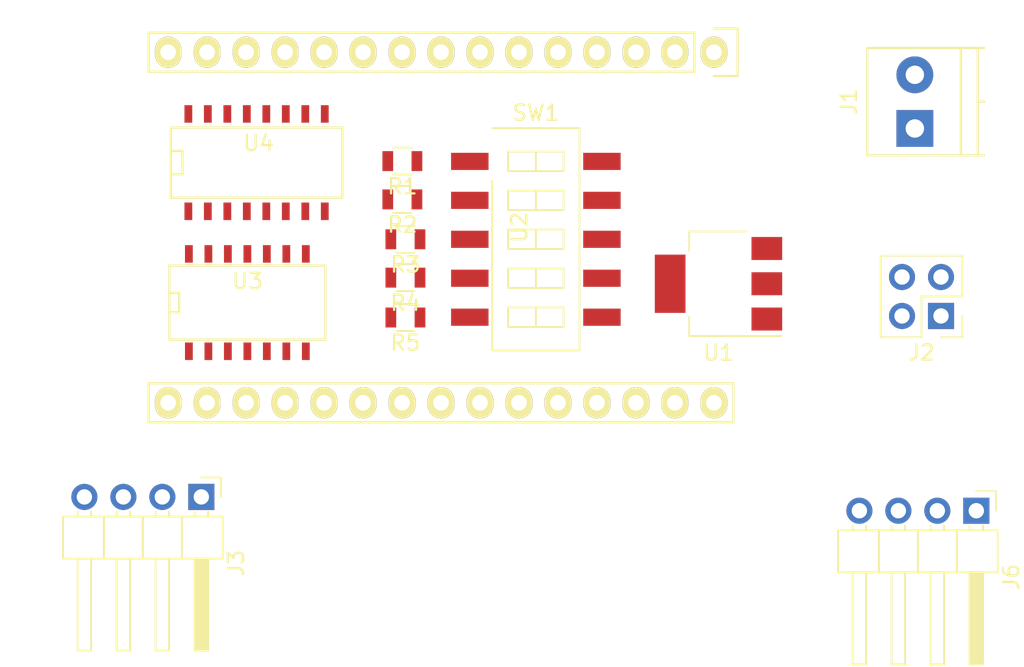
<source format=kicad_pcb>
(kicad_pcb (version 4) (host pcbnew 4.0.6)

  (general
    (links 59)
    (no_connects 59)
    (area 0 0 0 0)
    (thickness 1.6)
    (drawings 0)
    (tracks 0)
    (zones 0)
    (modules 14)
    (nets 40)
  )

  (page A4)
  (layers
    (0 F.Cu signal)
    (31 B.Cu signal)
    (32 B.Adhes user)
    (33 F.Adhes user)
    (34 B.Paste user)
    (35 F.Paste user)
    (36 B.SilkS user)
    (37 F.SilkS user)
    (38 B.Mask user)
    (39 F.Mask user)
    (40 Dwgs.User user)
    (41 Cmts.User user)
    (42 Eco1.User user)
    (43 Eco2.User user)
    (44 Edge.Cuts user)
    (45 Margin user)
    (46 B.CrtYd user)
    (47 F.CrtYd user)
    (48 B.Fab user)
    (49 F.Fab user)
  )

  (setup
    (last_trace_width 0.25)
    (trace_clearance 0.2)
    (zone_clearance 0.508)
    (zone_45_only no)
    (trace_min 0.2)
    (segment_width 0.2)
    (edge_width 0.15)
    (via_size 0.6)
    (via_drill 0.4)
    (via_min_size 0.4)
    (via_min_drill 0.3)
    (uvia_size 0.3)
    (uvia_drill 0.1)
    (uvias_allowed no)
    (uvia_min_size 0.2)
    (uvia_min_drill 0.1)
    (pcb_text_width 0.3)
    (pcb_text_size 1.5 1.5)
    (mod_edge_width 0.15)
    (mod_text_size 1 1)
    (mod_text_width 0.15)
    (pad_size 1.524 1.524)
    (pad_drill 0.762)
    (pad_to_mask_clearance 0.2)
    (aux_axis_origin 0 0)
    (visible_elements FFFFFF7F)
    (pcbplotparams
      (layerselection 0x00030_80000001)
      (usegerberextensions false)
      (excludeedgelayer true)
      (linewidth 0.100000)
      (plotframeref false)
      (viasonmask false)
      (mode 1)
      (useauxorigin false)
      (hpglpennumber 1)
      (hpglpenspeed 20)
      (hpglpendiameter 15)
      (hpglpenoverlay 2)
      (psnegative false)
      (psa4output false)
      (plotreference true)
      (plotvalue true)
      (plotinvisibletext false)
      (padsonsilk false)
      (subtractmaskfromsilk false)
      (outputformat 1)
      (mirror false)
      (drillshape 1)
      (scaleselection 1)
      (outputdirectory ""))
  )

  (net 0 "")
  (net 1 "Net-(J1-Pad2)")
  (net 2 GND)
  (net 3 5VDC)
  (net 4 "Net-(J2-Pad3)")
  (net 5 LCLK5)
  (net 6 MOSI5)
  (net 7 SEL_0)
  (net 8 SEL_1)
  (net 9 SEL_2)
  (net 10 SEL_3)
  (net 11 SEL_4)
  (net 12 "Net-(U2-Pad1)")
  (net 13 "Net-(U2-Pad2)")
  (net 14 "Net-(U2-Pad3)")
  (net 15 "Net-(U2-Pad4)")
  (net 16 "Net-(U2-Pad5)")
  (net 17 "Net-(U2-Pad6)")
  (net 18 "Net-(U2-Pad7)")
  (net 19 "Net-(U2-Pad8)")
  (net 20 "Net-(U2-Pad9)")
  (net 21 "Net-(U2-Pad11)")
  (net 22 "Net-(U2-Pad12)")
  (net 23 "Net-(U2-Pad13)")
  (net 24 "Net-(U2-Pad30)")
  (net 25 "Net-(U2-Pad18)")
  (net 26 "Net-(U2-Pad19)")
  (net 27 "Net-(U2-Pad25)")
  (net 28 SHCLK)
  (net 29 "Net-(U2-Pad16)")
  (net 30 "Net-(U2-Pad22)")
  (net 31 LCLK)
  (net 32 MOSI)
  (net 33 "Net-(U2-Pad20)")
  (net 34 SHOUT)
  (net 35 "Net-(U2-Pad27)")
  (net 36 SH/~LD)
  (net 37 SH/~LD~5)
  (net 38 SHCLK5)
  (net 39 "Net-(U4-Pad7)")

  (net_class Default "This is the default net class."
    (clearance 0.2)
    (trace_width 0.25)
    (via_dia 0.6)
    (via_drill 0.4)
    (uvia_dia 0.3)
    (uvia_drill 0.1)
    (add_net 5VDC)
    (add_net GND)
    (add_net LCLK)
    (add_net LCLK5)
    (add_net MOSI)
    (add_net MOSI5)
    (add_net "Net-(J1-Pad2)")
    (add_net "Net-(J2-Pad3)")
    (add_net "Net-(U2-Pad1)")
    (add_net "Net-(U2-Pad11)")
    (add_net "Net-(U2-Pad12)")
    (add_net "Net-(U2-Pad13)")
    (add_net "Net-(U2-Pad16)")
    (add_net "Net-(U2-Pad18)")
    (add_net "Net-(U2-Pad19)")
    (add_net "Net-(U2-Pad2)")
    (add_net "Net-(U2-Pad20)")
    (add_net "Net-(U2-Pad22)")
    (add_net "Net-(U2-Pad25)")
    (add_net "Net-(U2-Pad27)")
    (add_net "Net-(U2-Pad3)")
    (add_net "Net-(U2-Pad30)")
    (add_net "Net-(U2-Pad4)")
    (add_net "Net-(U2-Pad5)")
    (add_net "Net-(U2-Pad6)")
    (add_net "Net-(U2-Pad7)")
    (add_net "Net-(U2-Pad8)")
    (add_net "Net-(U2-Pad9)")
    (add_net "Net-(U4-Pad7)")
    (add_net SEL_0)
    (add_net SEL_1)
    (add_net SEL_2)
    (add_net SEL_3)
    (add_net SEL_4)
    (add_net SH/~LD)
    (add_net SH/~LD~5)
    (add_net SHCLK)
    (add_net SHCLK5)
    (add_net SHOUT)
  )

  (module Connectors_Terminal_Blocks:TerminalBlock_Pheonix_PT-3.5mm_2pol (layer F.Cu) (tedit 0) (tstamp 5D042833)
    (at 180.594 58.674 90)
    (descr "2-way 3.5mm pitch terminal block, Phoenix PT series")
    (path /5D0401D5)
    (fp_text reference J1 (at 1.75 -4.3 90) (layer F.SilkS)
      (effects (font (size 1 1) (thickness 0.15)))
    )
    (fp_text value CONN_01X02 (at 1.75 6 90) (layer F.Fab)
      (effects (font (size 1 1) (thickness 0.15)))
    )
    (fp_line (start -1.9 -3.3) (end 5.4 -3.3) (layer F.CrtYd) (width 0.05))
    (fp_line (start -1.9 4.7) (end -1.9 -3.3) (layer F.CrtYd) (width 0.05))
    (fp_line (start 5.4 4.7) (end -1.9 4.7) (layer F.CrtYd) (width 0.05))
    (fp_line (start 5.4 -3.3) (end 5.4 4.7) (layer F.CrtYd) (width 0.05))
    (fp_line (start 1.75 4.1) (end 1.75 4.5) (layer F.SilkS) (width 0.15))
    (fp_line (start -1.75 3) (end 5.25 3) (layer F.SilkS) (width 0.15))
    (fp_line (start -1.75 4.1) (end 5.25 4.1) (layer F.SilkS) (width 0.15))
    (fp_line (start -1.75 -3.1) (end -1.75 4.5) (layer F.SilkS) (width 0.15))
    (fp_line (start 5.25 4.5) (end 5.25 -3.1) (layer F.SilkS) (width 0.15))
    (fp_line (start 5.25 -3.1) (end -1.75 -3.1) (layer F.SilkS) (width 0.15))
    (pad 2 thru_hole circle (at 3.5 0 90) (size 2.4 2.4) (drill 1.2) (layers *.Cu *.Mask)
      (net 1 "Net-(J1-Pad2)"))
    (pad 1 thru_hole rect (at 0 0 90) (size 2.4 2.4) (drill 1.2) (layers *.Cu *.Mask)
      (net 2 GND))
    (model Terminal_Blocks.3dshapes/TerminalBlock_Pheonix_PT-3.5mm_2pol.wrl
      (at (xyz 0 0 0))
      (scale (xyz 1 1 1))
      (rotate (xyz 0 0 0))
    )
  )

  (module Pin_Headers:Pin_Header_Straight_2x02_Pitch2.54mm (layer F.Cu) (tedit 5862ED53) (tstamp 5D04283B)
    (at 182.3 70.9 180)
    (descr "Through hole straight pin header, 2x02, 2.54mm pitch, double rows")
    (tags "Through hole pin header THT 2x02 2.54mm double row")
    (path /5D040606)
    (fp_text reference J2 (at 1.27 -2.39 180) (layer F.SilkS)
      (effects (font (size 1 1) (thickness 0.15)))
    )
    (fp_text value CONN_02X02 (at 1.27 4.93 180) (layer F.Fab)
      (effects (font (size 1 1) (thickness 0.15)))
    )
    (fp_line (start -1.27 -1.27) (end -1.27 3.81) (layer F.Fab) (width 0.1))
    (fp_line (start -1.27 3.81) (end 3.81 3.81) (layer F.Fab) (width 0.1))
    (fp_line (start 3.81 3.81) (end 3.81 -1.27) (layer F.Fab) (width 0.1))
    (fp_line (start 3.81 -1.27) (end -1.27 -1.27) (layer F.Fab) (width 0.1))
    (fp_line (start -1.39 1.27) (end -1.39 3.93) (layer F.SilkS) (width 0.12))
    (fp_line (start -1.39 3.93) (end 3.93 3.93) (layer F.SilkS) (width 0.12))
    (fp_line (start 3.93 3.93) (end 3.93 -1.39) (layer F.SilkS) (width 0.12))
    (fp_line (start 3.93 -1.39) (end 1.27 -1.39) (layer F.SilkS) (width 0.12))
    (fp_line (start 1.27 -1.39) (end 1.27 1.27) (layer F.SilkS) (width 0.12))
    (fp_line (start 1.27 1.27) (end -1.39 1.27) (layer F.SilkS) (width 0.12))
    (fp_line (start -1.39 0) (end -1.39 -1.39) (layer F.SilkS) (width 0.12))
    (fp_line (start -1.39 -1.39) (end 0 -1.39) (layer F.SilkS) (width 0.12))
    (fp_line (start -1.6 -1.6) (end -1.6 4.1) (layer F.CrtYd) (width 0.05))
    (fp_line (start -1.6 4.1) (end 4.1 4.1) (layer F.CrtYd) (width 0.05))
    (fp_line (start 4.1 4.1) (end 4.1 -1.6) (layer F.CrtYd) (width 0.05))
    (fp_line (start 4.1 -1.6) (end -1.6 -1.6) (layer F.CrtYd) (width 0.05))
    (pad 1 thru_hole rect (at 0 0 180) (size 1.7 1.7) (drill 1) (layers *.Cu *.Mask)
      (net 1 "Net-(J1-Pad2)"))
    (pad 2 thru_hole oval (at 2.54 0 180) (size 1.7 1.7) (drill 1) (layers *.Cu *.Mask)
      (net 3 5VDC))
    (pad 3 thru_hole oval (at 0 2.54 180) (size 1.7 1.7) (drill 1) (layers *.Cu *.Mask)
      (net 4 "Net-(J2-Pad3)"))
    (pad 4 thru_hole oval (at 2.54 2.54 180) (size 1.7 1.7) (drill 1) (layers *.Cu *.Mask)
      (net 3 5VDC))
    (model Pin_Headers.3dshapes/Pin_Header_Straight_2x02_Pitch2.54mm.wrl
      (at (xyz 0.05 -0.05 0))
      (scale (xyz 1 1 1))
      (rotate (xyz 0 0 90))
    )
  )

  (module Pin_Headers:Pin_Header_Angled_1x04_Pitch2.54mm (layer F.Cu) (tedit 5862ED52) (tstamp 5D042843)
    (at 134.1 82.7 270)
    (descr "Through hole angled pin header, 1x04, 2.54mm pitch, 6mm pin length, single row")
    (tags "Through hole angled pin header THT 1x04 2.54mm single row")
    (path /5D040290)
    (fp_text reference J3 (at 4.315 -2.27 270) (layer F.SilkS)
      (effects (font (size 1 1) (thickness 0.15)))
    )
    (fp_text value CONN_01X04 (at 4.315 9.89 270) (layer F.Fab)
      (effects (font (size 1 1) (thickness 0.15)))
    )
    (fp_line (start 1.4 -1.27) (end 1.4 1.27) (layer F.Fab) (width 0.1))
    (fp_line (start 1.4 1.27) (end 3.9 1.27) (layer F.Fab) (width 0.1))
    (fp_line (start 3.9 1.27) (end 3.9 -1.27) (layer F.Fab) (width 0.1))
    (fp_line (start 3.9 -1.27) (end 1.4 -1.27) (layer F.Fab) (width 0.1))
    (fp_line (start 0 -0.32) (end 0 0.32) (layer F.Fab) (width 0.1))
    (fp_line (start 0 0.32) (end 9.9 0.32) (layer F.Fab) (width 0.1))
    (fp_line (start 9.9 0.32) (end 9.9 -0.32) (layer F.Fab) (width 0.1))
    (fp_line (start 9.9 -0.32) (end 0 -0.32) (layer F.Fab) (width 0.1))
    (fp_line (start 1.4 1.27) (end 1.4 3.81) (layer F.Fab) (width 0.1))
    (fp_line (start 1.4 3.81) (end 3.9 3.81) (layer F.Fab) (width 0.1))
    (fp_line (start 3.9 3.81) (end 3.9 1.27) (layer F.Fab) (width 0.1))
    (fp_line (start 3.9 1.27) (end 1.4 1.27) (layer F.Fab) (width 0.1))
    (fp_line (start 0 2.22) (end 0 2.86) (layer F.Fab) (width 0.1))
    (fp_line (start 0 2.86) (end 9.9 2.86) (layer F.Fab) (width 0.1))
    (fp_line (start 9.9 2.86) (end 9.9 2.22) (layer F.Fab) (width 0.1))
    (fp_line (start 9.9 2.22) (end 0 2.22) (layer F.Fab) (width 0.1))
    (fp_line (start 1.4 3.81) (end 1.4 6.35) (layer F.Fab) (width 0.1))
    (fp_line (start 1.4 6.35) (end 3.9 6.35) (layer F.Fab) (width 0.1))
    (fp_line (start 3.9 6.35) (end 3.9 3.81) (layer F.Fab) (width 0.1))
    (fp_line (start 3.9 3.81) (end 1.4 3.81) (layer F.Fab) (width 0.1))
    (fp_line (start 0 4.76) (end 0 5.4) (layer F.Fab) (width 0.1))
    (fp_line (start 0 5.4) (end 9.9 5.4) (layer F.Fab) (width 0.1))
    (fp_line (start 9.9 5.4) (end 9.9 4.76) (layer F.Fab) (width 0.1))
    (fp_line (start 9.9 4.76) (end 0 4.76) (layer F.Fab) (width 0.1))
    (fp_line (start 1.4 6.35) (end 1.4 8.89) (layer F.Fab) (width 0.1))
    (fp_line (start 1.4 8.89) (end 3.9 8.89) (layer F.Fab) (width 0.1))
    (fp_line (start 3.9 8.89) (end 3.9 6.35) (layer F.Fab) (width 0.1))
    (fp_line (start 3.9 6.35) (end 1.4 6.35) (layer F.Fab) (width 0.1))
    (fp_line (start 0 7.3) (end 0 7.94) (layer F.Fab) (width 0.1))
    (fp_line (start 0 7.94) (end 9.9 7.94) (layer F.Fab) (width 0.1))
    (fp_line (start 9.9 7.94) (end 9.9 7.3) (layer F.Fab) (width 0.1))
    (fp_line (start 9.9 7.3) (end 0 7.3) (layer F.Fab) (width 0.1))
    (fp_line (start 1.28 -1.39) (end 1.28 1.27) (layer F.SilkS) (width 0.12))
    (fp_line (start 1.28 1.27) (end 4.02 1.27) (layer F.SilkS) (width 0.12))
    (fp_line (start 4.02 1.27) (end 4.02 -1.39) (layer F.SilkS) (width 0.12))
    (fp_line (start 4.02 -1.39) (end 1.28 -1.39) (layer F.SilkS) (width 0.12))
    (fp_line (start 4.02 -0.44) (end 4.02 0.44) (layer F.SilkS) (width 0.12))
    (fp_line (start 4.02 0.44) (end 10.02 0.44) (layer F.SilkS) (width 0.12))
    (fp_line (start 10.02 0.44) (end 10.02 -0.44) (layer F.SilkS) (width 0.12))
    (fp_line (start 10.02 -0.44) (end 4.02 -0.44) (layer F.SilkS) (width 0.12))
    (fp_line (start 0.97 -0.44) (end 1.28 -0.44) (layer F.SilkS) (width 0.12))
    (fp_line (start 0.97 0.44) (end 1.28 0.44) (layer F.SilkS) (width 0.12))
    (fp_line (start 4.02 -0.32) (end 10.02 -0.32) (layer F.SilkS) (width 0.12))
    (fp_line (start 4.02 -0.2) (end 10.02 -0.2) (layer F.SilkS) (width 0.12))
    (fp_line (start 4.02 -0.08) (end 10.02 -0.08) (layer F.SilkS) (width 0.12))
    (fp_line (start 4.02 0.04) (end 10.02 0.04) (layer F.SilkS) (width 0.12))
    (fp_line (start 4.02 0.16) (end 10.02 0.16) (layer F.SilkS) (width 0.12))
    (fp_line (start 4.02 0.28) (end 10.02 0.28) (layer F.SilkS) (width 0.12))
    (fp_line (start 4.02 0.4) (end 10.02 0.4) (layer F.SilkS) (width 0.12))
    (fp_line (start 1.28 1.27) (end 1.28 3.81) (layer F.SilkS) (width 0.12))
    (fp_line (start 1.28 3.81) (end 4.02 3.81) (layer F.SilkS) (width 0.12))
    (fp_line (start 4.02 3.81) (end 4.02 1.27) (layer F.SilkS) (width 0.12))
    (fp_line (start 4.02 1.27) (end 1.28 1.27) (layer F.SilkS) (width 0.12))
    (fp_line (start 4.02 2.1) (end 4.02 2.98) (layer F.SilkS) (width 0.12))
    (fp_line (start 4.02 2.98) (end 10.02 2.98) (layer F.SilkS) (width 0.12))
    (fp_line (start 10.02 2.98) (end 10.02 2.1) (layer F.SilkS) (width 0.12))
    (fp_line (start 10.02 2.1) (end 4.02 2.1) (layer F.SilkS) (width 0.12))
    (fp_line (start 0.97 2.1) (end 1.28 2.1) (layer F.SilkS) (width 0.12))
    (fp_line (start 0.97 2.98) (end 1.28 2.98) (layer F.SilkS) (width 0.12))
    (fp_line (start 1.28 3.81) (end 1.28 6.35) (layer F.SilkS) (width 0.12))
    (fp_line (start 1.28 6.35) (end 4.02 6.35) (layer F.SilkS) (width 0.12))
    (fp_line (start 4.02 6.35) (end 4.02 3.81) (layer F.SilkS) (width 0.12))
    (fp_line (start 4.02 3.81) (end 1.28 3.81) (layer F.SilkS) (width 0.12))
    (fp_line (start 4.02 4.64) (end 4.02 5.52) (layer F.SilkS) (width 0.12))
    (fp_line (start 4.02 5.52) (end 10.02 5.52) (layer F.SilkS) (width 0.12))
    (fp_line (start 10.02 5.52) (end 10.02 4.64) (layer F.SilkS) (width 0.12))
    (fp_line (start 10.02 4.64) (end 4.02 4.64) (layer F.SilkS) (width 0.12))
    (fp_line (start 0.97 4.64) (end 1.28 4.64) (layer F.SilkS) (width 0.12))
    (fp_line (start 0.97 5.52) (end 1.28 5.52) (layer F.SilkS) (width 0.12))
    (fp_line (start 1.28 6.35) (end 1.28 9.01) (layer F.SilkS) (width 0.12))
    (fp_line (start 1.28 9.01) (end 4.02 9.01) (layer F.SilkS) (width 0.12))
    (fp_line (start 4.02 9.01) (end 4.02 6.35) (layer F.SilkS) (width 0.12))
    (fp_line (start 4.02 6.35) (end 1.28 6.35) (layer F.SilkS) (width 0.12))
    (fp_line (start 4.02 7.18) (end 4.02 8.06) (layer F.SilkS) (width 0.12))
    (fp_line (start 4.02 8.06) (end 10.02 8.06) (layer F.SilkS) (width 0.12))
    (fp_line (start 10.02 8.06) (end 10.02 7.18) (layer F.SilkS) (width 0.12))
    (fp_line (start 10.02 7.18) (end 4.02 7.18) (layer F.SilkS) (width 0.12))
    (fp_line (start 0.97 7.18) (end 1.28 7.18) (layer F.SilkS) (width 0.12))
    (fp_line (start 0.97 8.06) (end 1.28 8.06) (layer F.SilkS) (width 0.12))
    (fp_line (start -1.27 0) (end -1.27 -1.27) (layer F.SilkS) (width 0.12))
    (fp_line (start -1.27 -1.27) (end 0 -1.27) (layer F.SilkS) (width 0.12))
    (fp_line (start -1.6 -1.6) (end -1.6 9.2) (layer F.CrtYd) (width 0.05))
    (fp_line (start -1.6 9.2) (end 10.2 9.2) (layer F.CrtYd) (width 0.05))
    (fp_line (start 10.2 9.2) (end 10.2 -1.6) (layer F.CrtYd) (width 0.05))
    (fp_line (start 10.2 -1.6) (end -1.6 -1.6) (layer F.CrtYd) (width 0.05))
    (pad 1 thru_hole rect (at 0 0 270) (size 1.7 1.7) (drill 1) (layers *.Cu *.Mask)
      (net 3 5VDC))
    (pad 2 thru_hole oval (at 0 2.54 270) (size 1.7 1.7) (drill 1) (layers *.Cu *.Mask)
      (net 2 GND))
    (pad 3 thru_hole oval (at 0 5.08 270) (size 1.7 1.7) (drill 1) (layers *.Cu *.Mask)
      (net 5 LCLK5))
    (pad 4 thru_hole oval (at 0 7.62 270) (size 1.7 1.7) (drill 1) (layers *.Cu *.Mask)
      (net 6 MOSI5))
    (model Pin_Headers.3dshapes/Pin_Header_Angled_1x04_Pitch2.54mm.wrl
      (at (xyz 0 -0.15 0))
      (scale (xyz 1 1 1))
      (rotate (xyz 0 0 90))
    )
  )

  (module Pin_Headers:Pin_Header_Angled_1x04_Pitch2.54mm (layer F.Cu) (tedit 5862ED52) (tstamp 5D04285B)
    (at 184.6 83.6 270)
    (descr "Through hole angled pin header, 1x04, 2.54mm pitch, 6mm pin length, single row")
    (tags "Through hole angled pin header THT 1x04 2.54mm single row")
    (path /5D048871)
    (fp_text reference J6 (at 4.315 -2.27 270) (layer F.SilkS)
      (effects (font (size 1 1) (thickness 0.15)))
    )
    (fp_text value CONN_01X04 (at 4.315 9.89 270) (layer F.Fab)
      (effects (font (size 1 1) (thickness 0.15)))
    )
    (fp_line (start 1.4 -1.27) (end 1.4 1.27) (layer F.Fab) (width 0.1))
    (fp_line (start 1.4 1.27) (end 3.9 1.27) (layer F.Fab) (width 0.1))
    (fp_line (start 3.9 1.27) (end 3.9 -1.27) (layer F.Fab) (width 0.1))
    (fp_line (start 3.9 -1.27) (end 1.4 -1.27) (layer F.Fab) (width 0.1))
    (fp_line (start 0 -0.32) (end 0 0.32) (layer F.Fab) (width 0.1))
    (fp_line (start 0 0.32) (end 9.9 0.32) (layer F.Fab) (width 0.1))
    (fp_line (start 9.9 0.32) (end 9.9 -0.32) (layer F.Fab) (width 0.1))
    (fp_line (start 9.9 -0.32) (end 0 -0.32) (layer F.Fab) (width 0.1))
    (fp_line (start 1.4 1.27) (end 1.4 3.81) (layer F.Fab) (width 0.1))
    (fp_line (start 1.4 3.81) (end 3.9 3.81) (layer F.Fab) (width 0.1))
    (fp_line (start 3.9 3.81) (end 3.9 1.27) (layer F.Fab) (width 0.1))
    (fp_line (start 3.9 1.27) (end 1.4 1.27) (layer F.Fab) (width 0.1))
    (fp_line (start 0 2.22) (end 0 2.86) (layer F.Fab) (width 0.1))
    (fp_line (start 0 2.86) (end 9.9 2.86) (layer F.Fab) (width 0.1))
    (fp_line (start 9.9 2.86) (end 9.9 2.22) (layer F.Fab) (width 0.1))
    (fp_line (start 9.9 2.22) (end 0 2.22) (layer F.Fab) (width 0.1))
    (fp_line (start 1.4 3.81) (end 1.4 6.35) (layer F.Fab) (width 0.1))
    (fp_line (start 1.4 6.35) (end 3.9 6.35) (layer F.Fab) (width 0.1))
    (fp_line (start 3.9 6.35) (end 3.9 3.81) (layer F.Fab) (width 0.1))
    (fp_line (start 3.9 3.81) (end 1.4 3.81) (layer F.Fab) (width 0.1))
    (fp_line (start 0 4.76) (end 0 5.4) (layer F.Fab) (width 0.1))
    (fp_line (start 0 5.4) (end 9.9 5.4) (layer F.Fab) (width 0.1))
    (fp_line (start 9.9 5.4) (end 9.9 4.76) (layer F.Fab) (width 0.1))
    (fp_line (start 9.9 4.76) (end 0 4.76) (layer F.Fab) (width 0.1))
    (fp_line (start 1.4 6.35) (end 1.4 8.89) (layer F.Fab) (width 0.1))
    (fp_line (start 1.4 8.89) (end 3.9 8.89) (layer F.Fab) (width 0.1))
    (fp_line (start 3.9 8.89) (end 3.9 6.35) (layer F.Fab) (width 0.1))
    (fp_line (start 3.9 6.35) (end 1.4 6.35) (layer F.Fab) (width 0.1))
    (fp_line (start 0 7.3) (end 0 7.94) (layer F.Fab) (width 0.1))
    (fp_line (start 0 7.94) (end 9.9 7.94) (layer F.Fab) (width 0.1))
    (fp_line (start 9.9 7.94) (end 9.9 7.3) (layer F.Fab) (width 0.1))
    (fp_line (start 9.9 7.3) (end 0 7.3) (layer F.Fab) (width 0.1))
    (fp_line (start 1.28 -1.39) (end 1.28 1.27) (layer F.SilkS) (width 0.12))
    (fp_line (start 1.28 1.27) (end 4.02 1.27) (layer F.SilkS) (width 0.12))
    (fp_line (start 4.02 1.27) (end 4.02 -1.39) (layer F.SilkS) (width 0.12))
    (fp_line (start 4.02 -1.39) (end 1.28 -1.39) (layer F.SilkS) (width 0.12))
    (fp_line (start 4.02 -0.44) (end 4.02 0.44) (layer F.SilkS) (width 0.12))
    (fp_line (start 4.02 0.44) (end 10.02 0.44) (layer F.SilkS) (width 0.12))
    (fp_line (start 10.02 0.44) (end 10.02 -0.44) (layer F.SilkS) (width 0.12))
    (fp_line (start 10.02 -0.44) (end 4.02 -0.44) (layer F.SilkS) (width 0.12))
    (fp_line (start 0.97 -0.44) (end 1.28 -0.44) (layer F.SilkS) (width 0.12))
    (fp_line (start 0.97 0.44) (end 1.28 0.44) (layer F.SilkS) (width 0.12))
    (fp_line (start 4.02 -0.32) (end 10.02 -0.32) (layer F.SilkS) (width 0.12))
    (fp_line (start 4.02 -0.2) (end 10.02 -0.2) (layer F.SilkS) (width 0.12))
    (fp_line (start 4.02 -0.08) (end 10.02 -0.08) (layer F.SilkS) (width 0.12))
    (fp_line (start 4.02 0.04) (end 10.02 0.04) (layer F.SilkS) (width 0.12))
    (fp_line (start 4.02 0.16) (end 10.02 0.16) (layer F.SilkS) (width 0.12))
    (fp_line (start 4.02 0.28) (end 10.02 0.28) (layer F.SilkS) (width 0.12))
    (fp_line (start 4.02 0.4) (end 10.02 0.4) (layer F.SilkS) (width 0.12))
    (fp_line (start 1.28 1.27) (end 1.28 3.81) (layer F.SilkS) (width 0.12))
    (fp_line (start 1.28 3.81) (end 4.02 3.81) (layer F.SilkS) (width 0.12))
    (fp_line (start 4.02 3.81) (end 4.02 1.27) (layer F.SilkS) (width 0.12))
    (fp_line (start 4.02 1.27) (end 1.28 1.27) (layer F.SilkS) (width 0.12))
    (fp_line (start 4.02 2.1) (end 4.02 2.98) (layer F.SilkS) (width 0.12))
    (fp_line (start 4.02 2.98) (end 10.02 2.98) (layer F.SilkS) (width 0.12))
    (fp_line (start 10.02 2.98) (end 10.02 2.1) (layer F.SilkS) (width 0.12))
    (fp_line (start 10.02 2.1) (end 4.02 2.1) (layer F.SilkS) (width 0.12))
    (fp_line (start 0.97 2.1) (end 1.28 2.1) (layer F.SilkS) (width 0.12))
    (fp_line (start 0.97 2.98) (end 1.28 2.98) (layer F.SilkS) (width 0.12))
    (fp_line (start 1.28 3.81) (end 1.28 6.35) (layer F.SilkS) (width 0.12))
    (fp_line (start 1.28 6.35) (end 4.02 6.35) (layer F.SilkS) (width 0.12))
    (fp_line (start 4.02 6.35) (end 4.02 3.81) (layer F.SilkS) (width 0.12))
    (fp_line (start 4.02 3.81) (end 1.28 3.81) (layer F.SilkS) (width 0.12))
    (fp_line (start 4.02 4.64) (end 4.02 5.52) (layer F.SilkS) (width 0.12))
    (fp_line (start 4.02 5.52) (end 10.02 5.52) (layer F.SilkS) (width 0.12))
    (fp_line (start 10.02 5.52) (end 10.02 4.64) (layer F.SilkS) (width 0.12))
    (fp_line (start 10.02 4.64) (end 4.02 4.64) (layer F.SilkS) (width 0.12))
    (fp_line (start 0.97 4.64) (end 1.28 4.64) (layer F.SilkS) (width 0.12))
    (fp_line (start 0.97 5.52) (end 1.28 5.52) (layer F.SilkS) (width 0.12))
    (fp_line (start 1.28 6.35) (end 1.28 9.01) (layer F.SilkS) (width 0.12))
    (fp_line (start 1.28 9.01) (end 4.02 9.01) (layer F.SilkS) (width 0.12))
    (fp_line (start 4.02 9.01) (end 4.02 6.35) (layer F.SilkS) (width 0.12))
    (fp_line (start 4.02 6.35) (end 1.28 6.35) (layer F.SilkS) (width 0.12))
    (fp_line (start 4.02 7.18) (end 4.02 8.06) (layer F.SilkS) (width 0.12))
    (fp_line (start 4.02 8.06) (end 10.02 8.06) (layer F.SilkS) (width 0.12))
    (fp_line (start 10.02 8.06) (end 10.02 7.18) (layer F.SilkS) (width 0.12))
    (fp_line (start 10.02 7.18) (end 4.02 7.18) (layer F.SilkS) (width 0.12))
    (fp_line (start 0.97 7.18) (end 1.28 7.18) (layer F.SilkS) (width 0.12))
    (fp_line (start 0.97 8.06) (end 1.28 8.06) (layer F.SilkS) (width 0.12))
    (fp_line (start -1.27 0) (end -1.27 -1.27) (layer F.SilkS) (width 0.12))
    (fp_line (start -1.27 -1.27) (end 0 -1.27) (layer F.SilkS) (width 0.12))
    (fp_line (start -1.6 -1.6) (end -1.6 9.2) (layer F.CrtYd) (width 0.05))
    (fp_line (start -1.6 9.2) (end 10.2 9.2) (layer F.CrtYd) (width 0.05))
    (fp_line (start 10.2 9.2) (end 10.2 -1.6) (layer F.CrtYd) (width 0.05))
    (fp_line (start 10.2 -1.6) (end -1.6 -1.6) (layer F.CrtYd) (width 0.05))
    (pad 1 thru_hole rect (at 0 0 270) (size 1.7 1.7) (drill 1) (layers *.Cu *.Mask)
      (net 3 5VDC))
    (pad 2 thru_hole oval (at 0 2.54 270) (size 1.7 1.7) (drill 1) (layers *.Cu *.Mask)
      (net 2 GND))
    (pad 3 thru_hole oval (at 0 5.08 270) (size 1.7 1.7) (drill 1) (layers *.Cu *.Mask)
      (net 2 GND))
    (pad 4 thru_hole oval (at 0 7.62 270) (size 1.7 1.7) (drill 1) (layers *.Cu *.Mask)
      (net 2 GND))
    (model Pin_Headers.3dshapes/Pin_Header_Angled_1x04_Pitch2.54mm.wrl
      (at (xyz 0 -0.15 0))
      (scale (xyz 1 1 1))
      (rotate (xyz 0 0 90))
    )
  )

  (module Resistors_SMD:R_0805 (layer F.Cu) (tedit 58AADA8F) (tstamp 5D042861)
    (at 147.2 60.8 180)
    (descr "Resistor SMD 0805, reflow soldering, Vishay (see dcrcw.pdf)")
    (tags "resistor 0805")
    (path /5D0413C4)
    (attr smd)
    (fp_text reference R1 (at 0 -1.65 180) (layer F.SilkS)
      (effects (font (size 1 1) (thickness 0.15)))
    )
    (fp_text value 10K (at 0 1.75 180) (layer F.Fab)
      (effects (font (size 1 1) (thickness 0.15)))
    )
    (fp_text user %R (at 0 -1.65 180) (layer F.Fab)
      (effects (font (size 1 1) (thickness 0.15)))
    )
    (fp_line (start -1 0.62) (end -1 -0.62) (layer F.Fab) (width 0.1))
    (fp_line (start 1 0.62) (end -1 0.62) (layer F.Fab) (width 0.1))
    (fp_line (start 1 -0.62) (end 1 0.62) (layer F.Fab) (width 0.1))
    (fp_line (start -1 -0.62) (end 1 -0.62) (layer F.Fab) (width 0.1))
    (fp_line (start 0.6 0.88) (end -0.6 0.88) (layer F.SilkS) (width 0.12))
    (fp_line (start -0.6 -0.88) (end 0.6 -0.88) (layer F.SilkS) (width 0.12))
    (fp_line (start -1.55 -0.9) (end 1.55 -0.9) (layer F.CrtYd) (width 0.05))
    (fp_line (start -1.55 -0.9) (end -1.55 0.9) (layer F.CrtYd) (width 0.05))
    (fp_line (start 1.55 0.9) (end 1.55 -0.9) (layer F.CrtYd) (width 0.05))
    (fp_line (start 1.55 0.9) (end -1.55 0.9) (layer F.CrtYd) (width 0.05))
    (pad 1 smd rect (at -0.95 0 180) (size 0.7 1.3) (layers F.Cu F.Paste F.Mask)
      (net 7 SEL_0))
    (pad 2 smd rect (at 0.95 0 180) (size 0.7 1.3) (layers F.Cu F.Paste F.Mask)
      (net 2 GND))
    (model Resistors_SMD.3dshapes/R_0805.wrl
      (at (xyz 0 0 0))
      (scale (xyz 1 1 1))
      (rotate (xyz 0 0 0))
    )
  )

  (module Resistors_SMD:R_0805 (layer F.Cu) (tedit 58AADA8F) (tstamp 5D042867)
    (at 147.2 63.3 180)
    (descr "Resistor SMD 0805, reflow soldering, Vishay (see dcrcw.pdf)")
    (tags "resistor 0805")
    (path /5D041374)
    (attr smd)
    (fp_text reference R2 (at 0 -1.65 180) (layer F.SilkS)
      (effects (font (size 1 1) (thickness 0.15)))
    )
    (fp_text value 10K (at 0 1.75 180) (layer F.Fab)
      (effects (font (size 1 1) (thickness 0.15)))
    )
    (fp_text user %R (at 0 -1.65 180) (layer F.Fab)
      (effects (font (size 1 1) (thickness 0.15)))
    )
    (fp_line (start -1 0.62) (end -1 -0.62) (layer F.Fab) (width 0.1))
    (fp_line (start 1 0.62) (end -1 0.62) (layer F.Fab) (width 0.1))
    (fp_line (start 1 -0.62) (end 1 0.62) (layer F.Fab) (width 0.1))
    (fp_line (start -1 -0.62) (end 1 -0.62) (layer F.Fab) (width 0.1))
    (fp_line (start 0.6 0.88) (end -0.6 0.88) (layer F.SilkS) (width 0.12))
    (fp_line (start -0.6 -0.88) (end 0.6 -0.88) (layer F.SilkS) (width 0.12))
    (fp_line (start -1.55 -0.9) (end 1.55 -0.9) (layer F.CrtYd) (width 0.05))
    (fp_line (start -1.55 -0.9) (end -1.55 0.9) (layer F.CrtYd) (width 0.05))
    (fp_line (start 1.55 0.9) (end 1.55 -0.9) (layer F.CrtYd) (width 0.05))
    (fp_line (start 1.55 0.9) (end -1.55 0.9) (layer F.CrtYd) (width 0.05))
    (pad 1 smd rect (at -0.95 0 180) (size 0.7 1.3) (layers F.Cu F.Paste F.Mask)
      (net 8 SEL_1))
    (pad 2 smd rect (at 0.95 0 180) (size 0.7 1.3) (layers F.Cu F.Paste F.Mask)
      (net 2 GND))
    (model Resistors_SMD.3dshapes/R_0805.wrl
      (at (xyz 0 0 0))
      (scale (xyz 1 1 1))
      (rotate (xyz 0 0 0))
    )
  )

  (module Resistors_SMD:R_0805 (layer F.Cu) (tedit 58AADA8F) (tstamp 5D04286D)
    (at 147.4 65.9 180)
    (descr "Resistor SMD 0805, reflow soldering, Vishay (see dcrcw.pdf)")
    (tags "resistor 0805")
    (path /5D041055)
    (attr smd)
    (fp_text reference R3 (at 0 -1.65 180) (layer F.SilkS)
      (effects (font (size 1 1) (thickness 0.15)))
    )
    (fp_text value 10K (at 0 1.75 180) (layer F.Fab)
      (effects (font (size 1 1) (thickness 0.15)))
    )
    (fp_text user %R (at 0 -1.65 180) (layer F.Fab)
      (effects (font (size 1 1) (thickness 0.15)))
    )
    (fp_line (start -1 0.62) (end -1 -0.62) (layer F.Fab) (width 0.1))
    (fp_line (start 1 0.62) (end -1 0.62) (layer F.Fab) (width 0.1))
    (fp_line (start 1 -0.62) (end 1 0.62) (layer F.Fab) (width 0.1))
    (fp_line (start -1 -0.62) (end 1 -0.62) (layer F.Fab) (width 0.1))
    (fp_line (start 0.6 0.88) (end -0.6 0.88) (layer F.SilkS) (width 0.12))
    (fp_line (start -0.6 -0.88) (end 0.6 -0.88) (layer F.SilkS) (width 0.12))
    (fp_line (start -1.55 -0.9) (end 1.55 -0.9) (layer F.CrtYd) (width 0.05))
    (fp_line (start -1.55 -0.9) (end -1.55 0.9) (layer F.CrtYd) (width 0.05))
    (fp_line (start 1.55 0.9) (end 1.55 -0.9) (layer F.CrtYd) (width 0.05))
    (fp_line (start 1.55 0.9) (end -1.55 0.9) (layer F.CrtYd) (width 0.05))
    (pad 1 smd rect (at -0.95 0 180) (size 0.7 1.3) (layers F.Cu F.Paste F.Mask)
      (net 9 SEL_2))
    (pad 2 smd rect (at 0.95 0 180) (size 0.7 1.3) (layers F.Cu F.Paste F.Mask)
      (net 2 GND))
    (model Resistors_SMD.3dshapes/R_0805.wrl
      (at (xyz 0 0 0))
      (scale (xyz 1 1 1))
      (rotate (xyz 0 0 0))
    )
  )

  (module Resistors_SMD:R_0805 (layer F.Cu) (tedit 58AADA8F) (tstamp 5D042873)
    (at 147.4 68.4 180)
    (descr "Resistor SMD 0805, reflow soldering, Vishay (see dcrcw.pdf)")
    (tags "resistor 0805")
    (path /5D041405)
    (attr smd)
    (fp_text reference R4 (at 0 -1.65 180) (layer F.SilkS)
      (effects (font (size 1 1) (thickness 0.15)))
    )
    (fp_text value 10K (at 0 1.75 180) (layer F.Fab)
      (effects (font (size 1 1) (thickness 0.15)))
    )
    (fp_text user %R (at 0 -1.65 180) (layer F.Fab)
      (effects (font (size 1 1) (thickness 0.15)))
    )
    (fp_line (start -1 0.62) (end -1 -0.62) (layer F.Fab) (width 0.1))
    (fp_line (start 1 0.62) (end -1 0.62) (layer F.Fab) (width 0.1))
    (fp_line (start 1 -0.62) (end 1 0.62) (layer F.Fab) (width 0.1))
    (fp_line (start -1 -0.62) (end 1 -0.62) (layer F.Fab) (width 0.1))
    (fp_line (start 0.6 0.88) (end -0.6 0.88) (layer F.SilkS) (width 0.12))
    (fp_line (start -0.6 -0.88) (end 0.6 -0.88) (layer F.SilkS) (width 0.12))
    (fp_line (start -1.55 -0.9) (end 1.55 -0.9) (layer F.CrtYd) (width 0.05))
    (fp_line (start -1.55 -0.9) (end -1.55 0.9) (layer F.CrtYd) (width 0.05))
    (fp_line (start 1.55 0.9) (end 1.55 -0.9) (layer F.CrtYd) (width 0.05))
    (fp_line (start 1.55 0.9) (end -1.55 0.9) (layer F.CrtYd) (width 0.05))
    (pad 1 smd rect (at -0.95 0 180) (size 0.7 1.3) (layers F.Cu F.Paste F.Mask)
      (net 10 SEL_3))
    (pad 2 smd rect (at 0.95 0 180) (size 0.7 1.3) (layers F.Cu F.Paste F.Mask)
      (net 2 GND))
    (model Resistors_SMD.3dshapes/R_0805.wrl
      (at (xyz 0 0 0))
      (scale (xyz 1 1 1))
      (rotate (xyz 0 0 0))
    )
  )

  (module Resistors_SMD:R_0805 (layer F.Cu) (tedit 58AADA8F) (tstamp 5D042879)
    (at 147.4 71 180)
    (descr "Resistor SMD 0805, reflow soldering, Vishay (see dcrcw.pdf)")
    (tags "resistor 0805")
    (path /5D041E59)
    (attr smd)
    (fp_text reference R5 (at 0 -1.65 180) (layer F.SilkS)
      (effects (font (size 1 1) (thickness 0.15)))
    )
    (fp_text value 10K (at 0 1.75 180) (layer F.Fab)
      (effects (font (size 1 1) (thickness 0.15)))
    )
    (fp_text user %R (at 0 -1.65 180) (layer F.Fab)
      (effects (font (size 1 1) (thickness 0.15)))
    )
    (fp_line (start -1 0.62) (end -1 -0.62) (layer F.Fab) (width 0.1))
    (fp_line (start 1 0.62) (end -1 0.62) (layer F.Fab) (width 0.1))
    (fp_line (start 1 -0.62) (end 1 0.62) (layer F.Fab) (width 0.1))
    (fp_line (start -1 -0.62) (end 1 -0.62) (layer F.Fab) (width 0.1))
    (fp_line (start 0.6 0.88) (end -0.6 0.88) (layer F.SilkS) (width 0.12))
    (fp_line (start -0.6 -0.88) (end 0.6 -0.88) (layer F.SilkS) (width 0.12))
    (fp_line (start -1.55 -0.9) (end 1.55 -0.9) (layer F.CrtYd) (width 0.05))
    (fp_line (start -1.55 -0.9) (end -1.55 0.9) (layer F.CrtYd) (width 0.05))
    (fp_line (start 1.55 0.9) (end 1.55 -0.9) (layer F.CrtYd) (width 0.05))
    (fp_line (start 1.55 0.9) (end -1.55 0.9) (layer F.CrtYd) (width 0.05))
    (pad 1 smd rect (at -0.95 0 180) (size 0.7 1.3) (layers F.Cu F.Paste F.Mask)
      (net 11 SEL_4))
    (pad 2 smd rect (at 0.95 0 180) (size 0.7 1.3) (layers F.Cu F.Paste F.Mask)
      (net 2 GND))
    (model Resistors_SMD.3dshapes/R_0805.wrl
      (at (xyz 0 0 0))
      (scale (xyz 1 1 1))
      (rotate (xyz 0 0 0))
    )
  )

  (module Buttons_Switches_SMD:SW_DIP_x5_W8.61mm_Slide_LowProfile (layer F.Cu) (tedit 586545EC) (tstamp 5D042887)
    (at 155.9 65.9)
    (descr "5x-dip-switch, Slide, row spacing 8.61 mm (338 mils), SMD, LowProfile")
    (tags "DIP Switch Slide 8.61mm 338mil SMD LowProfile")
    (path /5D041D6E)
    (attr smd)
    (fp_text reference SW1 (at 0 -8.25) (layer F.SilkS)
      (effects (font (size 1 1) (thickness 0.15)))
    )
    (fp_text value SW_DIP_x05 (at 0 8.25) (layer F.Fab)
      (effects (font (size 1 1) (thickness 0.15)))
    )
    (fp_line (start -2.34 -7.13) (end 3.34 -7.13) (layer F.Fab) (width 0.1))
    (fp_line (start 3.34 -7.13) (end 3.34 7.13) (layer F.Fab) (width 0.1))
    (fp_line (start 3.34 7.13) (end -3.34 7.13) (layer F.Fab) (width 0.1))
    (fp_line (start -3.34 7.13) (end -3.34 -6.13) (layer F.Fab) (width 0.1))
    (fp_line (start -3.34 -6.13) (end -2.34 -7.13) (layer F.Fab) (width 0.1))
    (fp_line (start -1.81 -5.715) (end -1.81 -4.445) (layer F.Fab) (width 0.1))
    (fp_line (start -1.81 -4.445) (end 1.81 -4.445) (layer F.Fab) (width 0.1))
    (fp_line (start 1.81 -4.445) (end 1.81 -5.715) (layer F.Fab) (width 0.1))
    (fp_line (start 1.81 -5.715) (end -1.81 -5.715) (layer F.Fab) (width 0.1))
    (fp_line (start 0 -5.715) (end 0 -4.445) (layer F.Fab) (width 0.1))
    (fp_line (start -1.81 -3.175) (end -1.81 -1.905) (layer F.Fab) (width 0.1))
    (fp_line (start -1.81 -1.905) (end 1.81 -1.905) (layer F.Fab) (width 0.1))
    (fp_line (start 1.81 -1.905) (end 1.81 -3.175) (layer F.Fab) (width 0.1))
    (fp_line (start 1.81 -3.175) (end -1.81 -3.175) (layer F.Fab) (width 0.1))
    (fp_line (start 0 -3.175) (end 0 -1.905) (layer F.Fab) (width 0.1))
    (fp_line (start -1.81 -0.635) (end -1.81 0.635) (layer F.Fab) (width 0.1))
    (fp_line (start -1.81 0.635) (end 1.81 0.635) (layer F.Fab) (width 0.1))
    (fp_line (start 1.81 0.635) (end 1.81 -0.635) (layer F.Fab) (width 0.1))
    (fp_line (start 1.81 -0.635) (end -1.81 -0.635) (layer F.Fab) (width 0.1))
    (fp_line (start 0 -0.635) (end 0 0.635) (layer F.Fab) (width 0.1))
    (fp_line (start -1.81 1.905) (end -1.81 3.175) (layer F.Fab) (width 0.1))
    (fp_line (start -1.81 3.175) (end 1.81 3.175) (layer F.Fab) (width 0.1))
    (fp_line (start 1.81 3.175) (end 1.81 1.905) (layer F.Fab) (width 0.1))
    (fp_line (start 1.81 1.905) (end -1.81 1.905) (layer F.Fab) (width 0.1))
    (fp_line (start 0 1.905) (end 0 3.175) (layer F.Fab) (width 0.1))
    (fp_line (start -1.81 4.445) (end -1.81 5.715) (layer F.Fab) (width 0.1))
    (fp_line (start -1.81 5.715) (end 1.81 5.715) (layer F.Fab) (width 0.1))
    (fp_line (start 1.81 5.715) (end 1.81 4.445) (layer F.Fab) (width 0.1))
    (fp_line (start 1.81 4.445) (end -1.81 4.445) (layer F.Fab) (width 0.1))
    (fp_line (start 0 4.445) (end 0 5.715) (layer F.Fab) (width 0.1))
    (fp_line (start -2.845 -7.25) (end 2.845 -7.25) (layer F.SilkS) (width 0.12))
    (fp_line (start 2.845 -7.25) (end 2.845 7.25) (layer F.SilkS) (width 0.12))
    (fp_line (start 2.845 7.25) (end -2.845 7.25) (layer F.SilkS) (width 0.12))
    (fp_line (start -2.845 7.25) (end -2.845 -3.81) (layer F.SilkS) (width 0.12))
    (fp_line (start -1.81 -5.715) (end -1.81 -4.445) (layer F.SilkS) (width 0.12))
    (fp_line (start -1.81 -4.445) (end 1.81 -4.445) (layer F.SilkS) (width 0.12))
    (fp_line (start 1.81 -4.445) (end 1.81 -5.715) (layer F.SilkS) (width 0.12))
    (fp_line (start 1.81 -5.715) (end -1.81 -5.715) (layer F.SilkS) (width 0.12))
    (fp_line (start 0 -5.715) (end 0 -4.445) (layer F.SilkS) (width 0.12))
    (fp_line (start -1.81 -3.175) (end -1.81 -1.905) (layer F.SilkS) (width 0.12))
    (fp_line (start -1.81 -1.905) (end 1.81 -1.905) (layer F.SilkS) (width 0.12))
    (fp_line (start 1.81 -1.905) (end 1.81 -3.175) (layer F.SilkS) (width 0.12))
    (fp_line (start 1.81 -3.175) (end -1.81 -3.175) (layer F.SilkS) (width 0.12))
    (fp_line (start 0 -3.175) (end 0 -1.905) (layer F.SilkS) (width 0.12))
    (fp_line (start -1.81 -0.635) (end -1.81 0.635) (layer F.SilkS) (width 0.12))
    (fp_line (start -1.81 0.635) (end 1.81 0.635) (layer F.SilkS) (width 0.12))
    (fp_line (start 1.81 0.635) (end 1.81 -0.635) (layer F.SilkS) (width 0.12))
    (fp_line (start 1.81 -0.635) (end -1.81 -0.635) (layer F.SilkS) (width 0.12))
    (fp_line (start 0 -0.635) (end 0 0.635) (layer F.SilkS) (width 0.12))
    (fp_line (start -1.81 1.905) (end -1.81 3.175) (layer F.SilkS) (width 0.12))
    (fp_line (start -1.81 3.175) (end 1.81 3.175) (layer F.SilkS) (width 0.12))
    (fp_line (start 1.81 3.175) (end 1.81 1.905) (layer F.SilkS) (width 0.12))
    (fp_line (start 1.81 1.905) (end -1.81 1.905) (layer F.SilkS) (width 0.12))
    (fp_line (start 0 1.905) (end 0 3.175) (layer F.SilkS) (width 0.12))
    (fp_line (start -1.81 4.445) (end -1.81 5.715) (layer F.SilkS) (width 0.12))
    (fp_line (start -1.81 5.715) (end 1.81 5.715) (layer F.SilkS) (width 0.12))
    (fp_line (start 1.81 5.715) (end 1.81 4.445) (layer F.SilkS) (width 0.12))
    (fp_line (start 1.81 4.445) (end -1.81 4.445) (layer F.SilkS) (width 0.12))
    (fp_line (start 0 4.445) (end 0 5.715) (layer F.SilkS) (width 0.12))
    (fp_line (start -5.8 -7.5) (end -5.8 7.5) (layer F.CrtYd) (width 0.05))
    (fp_line (start -5.8 7.5) (end 5.8 7.5) (layer F.CrtYd) (width 0.05))
    (fp_line (start 5.8 7.5) (end 5.8 -7.5) (layer F.CrtYd) (width 0.05))
    (fp_line (start 5.8 -7.5) (end -5.8 -7.5) (layer F.CrtYd) (width 0.05))
    (pad 1 smd rect (at -4.305 -5.08) (size 2.44 1.12) (layers F.Cu F.Mask)
      (net 7 SEL_0))
    (pad 6 smd rect (at 4.305 5.08) (size 2.44 1.12) (layers F.Cu F.Mask)
      (net 3 5VDC))
    (pad 2 smd rect (at -4.305 -2.54) (size 2.44 1.12) (layers F.Cu F.Mask)
      (net 8 SEL_1))
    (pad 7 smd rect (at 4.305 2.54) (size 2.44 1.12) (layers F.Cu F.Mask)
      (net 3 5VDC))
    (pad 3 smd rect (at -4.305 0) (size 2.44 1.12) (layers F.Cu F.Mask)
      (net 9 SEL_2))
    (pad 8 smd rect (at 4.305 0) (size 2.44 1.12) (layers F.Cu F.Mask)
      (net 3 5VDC))
    (pad 4 smd rect (at -4.305 2.54) (size 2.44 1.12) (layers F.Cu F.Mask)
      (net 10 SEL_3))
    (pad 9 smd rect (at 4.305 -2.54) (size 2.44 1.12) (layers F.Cu F.Mask)
      (net 3 5VDC))
    (pad 5 smd rect (at -4.305 5.08) (size 2.44 1.12) (layers F.Cu F.Mask)
      (net 11 SEL_4))
    (pad 10 smd rect (at 4.305 -5.08) (size 2.44 1.12) (layers F.Cu F.Mask)
      (net 3 5VDC))
    (model Buttons_Switches.3dshapes/SW_DIP_x5_W8.61mm_Slide_LowProfile.wrl
      (at (xyz 0 0 0))
      (scale (xyz 1 1 1))
      (rotate (xyz 0 0 90))
    )
  )

  (module TO_SOT_Packages_SMD:SOT-223-3Lead_TabPin2 (layer F.Cu) (tedit 5891A32E) (tstamp 5D04288F)
    (at 167.8 68.8 180)
    (descr "module CMS SOT223 4 pins")
    (tags "CMS SOT")
    (path /5D040087)
    (attr smd)
    (fp_text reference U1 (at 0 -4.5 180) (layer F.SilkS)
      (effects (font (size 1 1) (thickness 0.15)))
    )
    (fp_text value LM7805CT (at 0 4.5 180) (layer F.Fab)
      (effects (font (size 1 1) (thickness 0.15)))
    )
    (fp_line (start 1.91 3.41) (end 1.91 2.15) (layer F.SilkS) (width 0.12))
    (fp_line (start 1.91 -3.41) (end 1.91 -2.15) (layer F.SilkS) (width 0.12))
    (fp_line (start 4.4 -3.6) (end -4.4 -3.6) (layer F.CrtYd) (width 0.05))
    (fp_line (start 4.4 3.6) (end 4.4 -3.6) (layer F.CrtYd) (width 0.05))
    (fp_line (start -4.4 3.6) (end 4.4 3.6) (layer F.CrtYd) (width 0.05))
    (fp_line (start -4.4 -3.6) (end -4.4 3.6) (layer F.CrtYd) (width 0.05))
    (fp_line (start -1.85 -2.35) (end -0.85 -3.35) (layer F.Fab) (width 0.1))
    (fp_line (start -1.85 -2.35) (end -1.85 3.35) (layer F.Fab) (width 0.1))
    (fp_line (start -1.85 3.41) (end 1.91 3.41) (layer F.SilkS) (width 0.12))
    (fp_line (start -0.85 -3.35) (end 1.85 -3.35) (layer F.Fab) (width 0.1))
    (fp_line (start -4.1 -3.41) (end 1.91 -3.41) (layer F.SilkS) (width 0.12))
    (fp_line (start -1.85 3.35) (end 1.85 3.35) (layer F.Fab) (width 0.1))
    (fp_line (start 1.85 -3.35) (end 1.85 3.35) (layer F.Fab) (width 0.1))
    (pad 2 smd rect (at 3.15 0 180) (size 2 3.8) (layers F.Cu F.Paste F.Mask)
      (net 2 GND))
    (pad 2 smd rect (at -3.15 0 180) (size 2 1.5) (layers F.Cu F.Paste F.Mask)
      (net 2 GND))
    (pad 3 smd rect (at -3.15 2.3 180) (size 2 1.5) (layers F.Cu F.Paste F.Mask)
      (net 4 "Net-(J2-Pad3)"))
    (pad 1 smd rect (at -3.15 -2.3 180) (size 2 1.5) (layers F.Cu F.Paste F.Mask)
      (net 1 "Net-(J1-Pad2)"))
    (model TO_SOT_Packages_SMD.3dshapes/SOT-223.wrl
      (at (xyz 0 0 0))
      (scale (xyz 0.4 0.4 0.4))
      (rotate (xyz 0 0 90))
    )
  )

  (module nodemcu:NodeMCU_Amica_R2 locked (layer F.Cu) (tedit 5A22F9CB) (tstamp 5D0428B5)
    (at 167.5 53.7 270)
    (descr "Through-hole-mounted NodeMCU 0.9")
    (tags nodemcu)
    (path /5D03F8D9)
    (fp_text reference U2 (at 11.43 12.68 270) (layer F.SilkS)
      (effects (font (size 1 1) (thickness 0.15)))
    )
    (fp_text value NodeMCU_Amica_R2 (at 11.43 45.085 270) (layer F.Fab)
      (effects (font (size 2 2) (thickness 0.15)))
    )
    (fp_line (start 15.24 37.465) (end 15.24 42.545) (layer F.CrtYd) (width 0.15))
    (fp_line (start 7.62 37.465) (end 15.24 37.465) (layer F.CrtYd) (width 0.15))
    (fp_line (start 7.62 42.545) (end 7.62 37.465) (layer F.CrtYd) (width 0.15))
    (fp_line (start -1.905 42.545) (end -1.905 -6.35) (layer F.CrtYd) (width 0.15))
    (fp_line (start 24.765 42.545) (end -1.905 42.545) (layer F.CrtYd) (width 0.15))
    (fp_line (start 24.765 -6.35) (end 24.765 42.545) (layer F.CrtYd) (width 0.15))
    (fp_line (start -1.905 -6.35) (end 24.765 -6.35) (layer F.CrtYd) (width 0.15))
    (fp_line (start -1.27 1.27) (end -1.27 36.83) (layer F.SilkS) (width 0.15))
    (fp_line (start -1.27 36.83) (end 1.27 36.83) (layer F.SilkS) (width 0.15))
    (fp_line (start 1.27 36.83) (end 1.27 1.27) (layer F.SilkS) (width 0.15))
    (fp_line (start 1.55 -1.55) (end 1.55 0) (layer F.SilkS) (width 0.15))
    (fp_line (start 1.27 1.27) (end -1.27 1.27) (layer F.SilkS) (width 0.15))
    (fp_line (start -1.55 0) (end -1.55 -1.55) (layer F.SilkS) (width 0.15))
    (fp_line (start -1.55 -1.55) (end 1.55 -1.55) (layer F.SilkS) (width 0.15))
    (fp_line (start 21.59 36.83) (end 24.13 36.83) (layer F.SilkS) (width 0.15))
    (fp_line (start 21.59 -1.27) (end 21.59 36.83) (layer F.SilkS) (width 0.15))
    (fp_line (start 24.13 -1.27) (end 21.59 -1.27) (layer F.SilkS) (width 0.15))
    (fp_line (start 24.13 36.83) (end 24.13 -1.27) (layer F.SilkS) (width 0.15))
    (pad 1 thru_hole oval (at 0 0 270) (size 2.032 1.7272) (drill 1.016) (layers *.Cu *.Mask F.SilkS)
      (net 12 "Net-(U2-Pad1)"))
    (pad 2 thru_hole oval (at 0 2.54 270) (size 2.032 1.7272) (drill 1.016) (layers *.Cu *.Mask F.SilkS)
      (net 13 "Net-(U2-Pad2)"))
    (pad 3 thru_hole oval (at 0 5.08 270) (size 2.032 1.7272) (drill 1.016) (layers *.Cu *.Mask F.SilkS)
      (net 14 "Net-(U2-Pad3)"))
    (pad 4 thru_hole oval (at 0 7.62 270) (size 2.032 1.7272) (drill 1.016) (layers *.Cu *.Mask F.SilkS)
      (net 15 "Net-(U2-Pad4)"))
    (pad 5 thru_hole oval (at 0 10.16 270) (size 2.032 1.7272) (drill 1.016) (layers *.Cu *.Mask F.SilkS)
      (net 16 "Net-(U2-Pad5)"))
    (pad 6 thru_hole oval (at 0 12.7 270) (size 2.032 1.7272) (drill 1.016) (layers *.Cu *.Mask F.SilkS)
      (net 17 "Net-(U2-Pad6)"))
    (pad 7 thru_hole oval (at 0 15.24 270) (size 2.032 1.7272) (drill 1.016) (layers *.Cu *.Mask F.SilkS)
      (net 18 "Net-(U2-Pad7)"))
    (pad 8 thru_hole oval (at 0 17.78 270) (size 2.032 1.7272) (drill 1.016) (layers *.Cu *.Mask F.SilkS)
      (net 19 "Net-(U2-Pad8)"))
    (pad 9 thru_hole oval (at 0 20.32 270) (size 2.032 1.7272) (drill 1.016) (layers *.Cu *.Mask F.SilkS)
      (net 20 "Net-(U2-Pad9)"))
    (pad 10 thru_hole oval (at 0 22.86 270) (size 2.032 1.7272) (drill 1.016) (layers *.Cu *.Mask F.SilkS)
      (net 2 GND))
    (pad 11 thru_hole oval (at 0 25.4 270) (size 2.032 1.7272) (drill 1.016) (layers *.Cu *.Mask F.SilkS)
      (net 21 "Net-(U2-Pad11)"))
    (pad 12 thru_hole oval (at 0 27.94 270) (size 2.032 1.7272) (drill 1.016) (layers *.Cu *.Mask F.SilkS)
      (net 22 "Net-(U2-Pad12)"))
    (pad 13 thru_hole oval (at 0 30.48 270) (size 2.032 1.7272) (drill 1.016) (layers *.Cu *.Mask F.SilkS)
      (net 23 "Net-(U2-Pad13)"))
    (pad 14 thru_hole oval (at 0 33.02 270) (size 2.032 1.7272) (drill 1.016) (layers *.Cu *.Mask F.SilkS)
      (net 2 GND))
    (pad 15 thru_hole oval (at 0 35.56 270) (size 2.032 1.7272) (drill 1.016) (layers *.Cu *.Mask F.SilkS)
      (net 3 5VDC))
    (pad 30 thru_hole oval (at 22.86 0 270) (size 2.032 1.7272) (drill 1.016) (layers *.Cu *.Mask F.SilkS)
      (net 24 "Net-(U2-Pad30)"))
    (pad 18 thru_hole oval (at 22.86 30.48 270) (size 2.032 1.7272) (drill 1.016) (layers *.Cu *.Mask F.SilkS)
      (net 25 "Net-(U2-Pad18)"))
    (pad 17 thru_hole oval (at 22.86 33.02 270) (size 2.032 1.7272) (drill 1.016) (layers *.Cu *.Mask F.SilkS)
      (net 2 GND))
    (pad 19 thru_hole oval (at 22.86 27.94 270) (size 2.032 1.7272) (drill 1.016) (layers *.Cu *.Mask F.SilkS)
      (net 26 "Net-(U2-Pad19)"))
    (pad 25 thru_hole oval (at 22.86 12.7 270) (size 2.032 1.7272) (drill 1.016) (layers *.Cu *.Mask F.SilkS)
      (net 27 "Net-(U2-Pad25)"))
    (pad 26 thru_hole oval (at 22.86 10.16 270) (size 2.032 1.7272) (drill 1.016) (layers *.Cu *.Mask F.SilkS)
      (net 28 SHCLK))
    (pad 24 thru_hole oval (at 22.86 15.24 270) (size 2.032 1.7272) (drill 1.016) (layers *.Cu *.Mask F.SilkS)
      (net 2 GND))
    (pad 16 thru_hole oval (at 22.86 35.56 270) (size 2.032 1.7272) (drill 1.016) (layers *.Cu *.Mask F.SilkS)
      (net 29 "Net-(U2-Pad16)"))
    (pad 22 thru_hole oval (at 22.86 20.32 270) (size 2.032 1.7272) (drill 1.016) (layers *.Cu *.Mask F.SilkS)
      (net 30 "Net-(U2-Pad22)"))
    (pad 23 thru_hole oval (at 22.86 17.78 270) (size 2.032 1.7272) (drill 1.016) (layers *.Cu *.Mask F.SilkS)
      (net 31 LCLK))
    (pad 21 thru_hole oval (at 22.86 22.86 270) (size 2.032 1.7272) (drill 1.016) (layers *.Cu *.Mask F.SilkS)
      (net 32 MOSI))
    (pad 20 thru_hole oval (at 22.86 25.4 270) (size 2.032 1.7272) (drill 1.016) (layers *.Cu *.Mask F.SilkS)
      (net 33 "Net-(U2-Pad20)"))
    (pad 28 thru_hole oval (at 22.86 5.08 270) (size 2.032 1.7272) (drill 1.016) (layers *.Cu *.Mask F.SilkS)
      (net 34 SHOUT))
    (pad 27 thru_hole oval (at 22.86 7.62 270) (size 2.032 1.7272) (drill 1.016) (layers *.Cu *.Mask F.SilkS)
      (net 35 "Net-(U2-Pad27)"))
    (pad 29 thru_hole oval (at 22.86 2.54 270) (size 2.032 1.7272) (drill 1.016) (layers *.Cu *.Mask F.SilkS)
      (net 36 SH/~LD))
    (pad "" np_thru_hole circle (at 0.8 39.38 270) (size 3.2 3.2) (drill 3.2) (layers *.Cu *.Mask))
    (pad "" np_thru_hole circle (at 22 39.38 270) (size 3.2 3.2) (drill 3.2) (layers *.Cu *.Mask))
    (pad "" np_thru_hole circle (at 22 -4.25 270) (size 3.2 3.2) (drill 3.2) (layers *.Cu *.Mask))
    (pad "" np_thru_hole circle (at 0.75 -4.25 270) (size 3.2 3.2) (drill 3.2) (layers *.Cu *.Mask))
  )

  (module SMD_Packages:SOIC-14_N (layer F.Cu) (tedit 0) (tstamp 5D0428C7)
    (at 137.1 69.9)
    (descr "Module CMS SOJ 14 pins Large")
    (tags "CMS SOJ")
    (path /5D03FDBD)
    (attr smd)
    (fp_text reference U3 (at 0 -1.27) (layer F.SilkS)
      (effects (font (size 1 1) (thickness 0.15)))
    )
    (fp_text value 74AHC125 (at 0 1.27) (layer F.Fab)
      (effects (font (size 1 1) (thickness 0.15)))
    )
    (fp_line (start 5.08 -2.286) (end 5.08 2.54) (layer F.SilkS) (width 0.15))
    (fp_line (start 5.08 2.54) (end -5.08 2.54) (layer F.SilkS) (width 0.15))
    (fp_line (start -5.08 2.54) (end -5.08 -2.286) (layer F.SilkS) (width 0.15))
    (fp_line (start -5.08 -2.286) (end 5.08 -2.286) (layer F.SilkS) (width 0.15))
    (fp_line (start -5.08 -0.508) (end -4.445 -0.508) (layer F.SilkS) (width 0.15))
    (fp_line (start -4.445 -0.508) (end -4.445 0.762) (layer F.SilkS) (width 0.15))
    (fp_line (start -4.445 0.762) (end -5.08 0.762) (layer F.SilkS) (width 0.15))
    (pad 1 smd rect (at -3.81 3.302) (size 0.508 1.143) (layers F.Cu F.Paste F.Mask)
      (net 2 GND))
    (pad 2 smd rect (at -2.54 3.302) (size 0.508 1.143) (layers F.Cu F.Paste F.Mask)
      (net 32 MOSI))
    (pad 3 smd rect (at -1.27 3.302) (size 0.508 1.143) (layers F.Cu F.Paste F.Mask)
      (net 6 MOSI5))
    (pad 4 smd rect (at 0 3.302) (size 0.508 1.143) (layers F.Cu F.Paste F.Mask)
      (net 2 GND))
    (pad 5 smd rect (at 1.27 3.302) (size 0.508 1.143) (layers F.Cu F.Paste F.Mask)
      (net 31 LCLK))
    (pad 6 smd rect (at 2.54 3.302) (size 0.508 1.143) (layers F.Cu F.Paste F.Mask)
      (net 5 LCLK5))
    (pad 7 smd rect (at 3.81 3.302) (size 0.508 1.143) (layers F.Cu F.Paste F.Mask)
      (net 2 GND))
    (pad 8 smd rect (at 3.81 -3.048) (size 0.508 1.143) (layers F.Cu F.Paste F.Mask)
      (net 37 SH/~LD~5))
    (pad 9 smd rect (at 2.54 -3.048) (size 0.508 1.143) (layers F.Cu F.Paste F.Mask)
      (net 36 SH/~LD))
    (pad 11 smd rect (at 0 -3.048) (size 0.508 1.143) (layers F.Cu F.Paste F.Mask)
      (net 38 SHCLK5))
    (pad 12 smd rect (at -1.27 -3.048) (size 0.508 1.143) (layers F.Cu F.Paste F.Mask)
      (net 28 SHCLK))
    (pad 13 smd rect (at -2.54 -3.048) (size 0.508 1.143) (layers F.Cu F.Paste F.Mask)
      (net 2 GND))
    (pad 14 smd rect (at -3.81 -3.048) (size 0.508 1.143) (layers F.Cu F.Paste F.Mask)
      (net 3 5VDC))
    (pad 10 smd rect (at 1.27 -3.048) (size 0.508 1.143) (layers F.Cu F.Paste F.Mask)
      (net 2 GND))
    (model SMD_Packages.3dshapes/SOIC-14_N.wrl
      (at (xyz 0 0 0))
      (scale (xyz 0.5 0.4 0.5))
      (rotate (xyz 0 0 0))
    )
  )

  (module SMD_Packages:SO-16-N (layer F.Cu) (tedit 0) (tstamp 5D0428DB)
    (at 137.7 60.9)
    (descr "Module CMS SOJ 16 pins large")
    (tags "CMS SOJ")
    (path /5D0435CA)
    (attr smd)
    (fp_text reference U4 (at 0.127 -1.27) (layer F.SilkS)
      (effects (font (size 1 1) (thickness 0.15)))
    )
    (fp_text value 74HC165 (at 0 1.27) (layer F.Fab)
      (effects (font (size 1 1) (thickness 0.15)))
    )
    (fp_line (start -5.588 -0.762) (end -4.826 -0.762) (layer F.SilkS) (width 0.15))
    (fp_line (start -4.826 -0.762) (end -4.826 0.762) (layer F.SilkS) (width 0.15))
    (fp_line (start -4.826 0.762) (end -5.588 0.762) (layer F.SilkS) (width 0.15))
    (fp_line (start 5.588 -2.286) (end 5.588 2.286) (layer F.SilkS) (width 0.15))
    (fp_line (start 5.588 2.286) (end -5.588 2.286) (layer F.SilkS) (width 0.15))
    (fp_line (start -5.588 2.286) (end -5.588 -2.286) (layer F.SilkS) (width 0.15))
    (fp_line (start -5.588 -2.286) (end 5.588 -2.286) (layer F.SilkS) (width 0.15))
    (pad 16 smd rect (at -4.445 -3.175) (size 0.508 1.143) (layers F.Cu F.Paste F.Mask)
      (net 3 5VDC))
    (pad 14 smd rect (at -1.905 -3.175) (size 0.508 1.143) (layers F.Cu F.Paste F.Mask)
      (net 7 SEL_0))
    (pad 13 smd rect (at -0.635 -3.175) (size 0.508 1.143) (layers F.Cu F.Paste F.Mask)
      (net 2 GND))
    (pad 12 smd rect (at 0.635 -3.175) (size 0.508 1.143) (layers F.Cu F.Paste F.Mask)
      (net 2 GND))
    (pad 11 smd rect (at 1.905 -3.175) (size 0.508 1.143) (layers F.Cu F.Paste F.Mask)
      (net 2 GND))
    (pad 10 smd rect (at 3.175 -3.175) (size 0.508 1.143) (layers F.Cu F.Paste F.Mask)
      (net 2 GND))
    (pad 9 smd rect (at 4.445 -3.175) (size 0.508 1.143) (layers F.Cu F.Paste F.Mask)
      (net 34 SHOUT))
    (pad 8 smd rect (at 4.445 3.175) (size 0.508 1.143) (layers F.Cu F.Paste F.Mask)
      (net 2 GND))
    (pad 7 smd rect (at 3.175 3.175) (size 0.508 1.143) (layers F.Cu F.Paste F.Mask)
      (net 39 "Net-(U4-Pad7)"))
    (pad 6 smd rect (at 1.905 3.175) (size 0.508 1.143) (layers F.Cu F.Paste F.Mask)
      (net 11 SEL_4))
    (pad 5 smd rect (at 0.635 3.175) (size 0.508 1.143) (layers F.Cu F.Paste F.Mask)
      (net 10 SEL_3))
    (pad 4 smd rect (at -0.635 3.175) (size 0.508 1.143) (layers F.Cu F.Paste F.Mask)
      (net 9 SEL_2))
    (pad 3 smd rect (at -1.905 3.175) (size 0.508 1.143) (layers F.Cu F.Paste F.Mask)
      (net 8 SEL_1))
    (pad 2 smd rect (at -3.175 3.175) (size 0.508 1.143) (layers F.Cu F.Paste F.Mask)
      (net 38 SHCLK5))
    (pad 1 smd rect (at -4.445 3.175) (size 0.508 1.143) (layers F.Cu F.Paste F.Mask)
      (net 37 SH/~LD~5))
    (pad 15 smd rect (at -3.175 -3.175) (size 0.508 1.143) (layers F.Cu F.Paste F.Mask)
      (net 2 GND))
    (model SMD_Packages.3dshapes/SO-16-N.wrl
      (at (xyz 0 0 0))
      (scale (xyz 0.5 0.4 0.5))
      (rotate (xyz 0 0 0))
    )
  )

)

</source>
